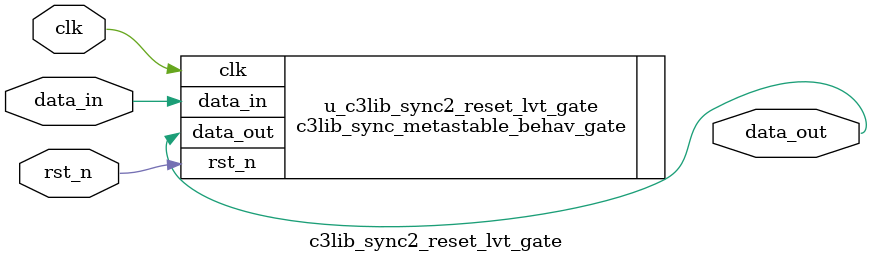
<source format=sv>

module c3lib_sync2_reset_lvt_gate( 

  clk, 
  rst_n, 
  data_in,
  data_out

  ); 

input		clk; 
input		rst_n; 
input		data_in;
output		data_out;

  c3lib_sync_metastable_behav_gate #(

    .RESET_VAL	( 0 ),
    .SYNC_STAGES( 2 )

  ) u_c3lib_sync2_reset_lvt_gate ( 

    .clk	( clk      ),
    .rst_n	( rst_n    ),
    .data_in	( data_in  ),
    .data_out	( data_out )

  );

endmodule 


</source>
